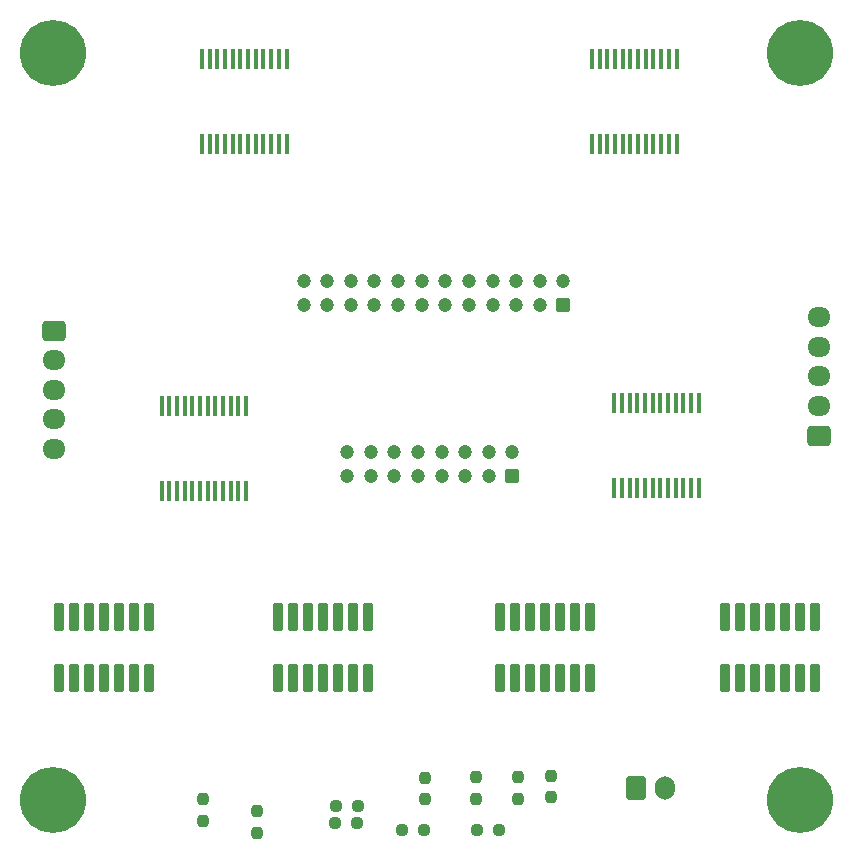
<source format=gbr>
%TF.GenerationSoftware,KiCad,Pcbnew,(7.0.0)*%
%TF.CreationDate,2024-03-05T12:29:29-03:00*%
%TF.ProjectId,pcb_peau_v1,7063625f-7065-4617-955f-76312e6b6963,rev?*%
%TF.SameCoordinates,Original*%
%TF.FileFunction,Soldermask,Top*%
%TF.FilePolarity,Negative*%
%FSLAX46Y46*%
G04 Gerber Fmt 4.6, Leading zero omitted, Abs format (unit mm)*
G04 Created by KiCad (PCBNEW (7.0.0)) date 2024-03-05 12:29:29*
%MOMM*%
%LPD*%
G01*
G04 APERTURE LIST*
G04 Aperture macros list*
%AMRoundRect*
0 Rectangle with rounded corners*
0 $1 Rounding radius*
0 $2 $3 $4 $5 $6 $7 $8 $9 X,Y pos of 4 corners*
0 Add a 4 corners polygon primitive as box body*
4,1,4,$2,$3,$4,$5,$6,$7,$8,$9,$2,$3,0*
0 Add four circle primitives for the rounded corners*
1,1,$1+$1,$2,$3*
1,1,$1+$1,$4,$5*
1,1,$1+$1,$6,$7*
1,1,$1+$1,$8,$9*
0 Add four rect primitives between the rounded corners*
20,1,$1+$1,$2,$3,$4,$5,0*
20,1,$1+$1,$4,$5,$6,$7,0*
20,1,$1+$1,$6,$7,$8,$9,0*
20,1,$1+$1,$8,$9,$2,$3,0*%
G04 Aperture macros list end*
%ADD10R,0.450000X1.750000*%
%ADD11RoundRect,0.237500X-0.237500X0.250000X-0.237500X-0.250000X0.237500X-0.250000X0.237500X0.250000X0*%
%ADD12RoundRect,0.102000X0.300000X1.100000X-0.300000X1.100000X-0.300000X-1.100000X0.300000X-1.100000X0*%
%ADD13RoundRect,0.102000X-0.300000X-1.100000X0.300000X-1.100000X0.300000X1.100000X-0.300000X1.100000X0*%
%ADD14C,5.600000*%
%ADD15RoundRect,0.250000X-0.600000X-0.750000X0.600000X-0.750000X0.600000X0.750000X-0.600000X0.750000X0*%
%ADD16O,1.700000X2.000000*%
%ADD17RoundRect,0.237500X0.250000X0.237500X-0.250000X0.237500X-0.250000X-0.237500X0.250000X-0.237500X0*%
%ADD18RoundRect,0.237500X-0.250000X-0.237500X0.250000X-0.237500X0.250000X0.237500X-0.250000X0.237500X0*%
%ADD19RoundRect,0.250000X0.725000X-0.600000X0.725000X0.600000X-0.725000X0.600000X-0.725000X-0.600000X0*%
%ADD20O,1.950000X1.700000*%
%ADD21RoundRect,0.250000X0.350000X0.350000X-0.350000X0.350000X-0.350000X-0.350000X0.350000X-0.350000X0*%
%ADD22C,1.200000*%
%ADD23RoundRect,0.250000X-0.725000X0.600000X-0.725000X-0.600000X0.725000X-0.600000X0.725000X0.600000X0*%
%ADD24RoundRect,0.237500X0.237500X-0.250000X0.237500X0.250000X-0.237500X0.250000X-0.237500X-0.250000X0*%
G04 APERTURE END LIST*
D10*
%TO.C,U5*%
X222751999Y-87343999D03*
X223401999Y-87343999D03*
X224051999Y-87343999D03*
X224701999Y-87343999D03*
X225351999Y-87343999D03*
X226001999Y-87343999D03*
X226651999Y-87343999D03*
X227301999Y-87343999D03*
X227951999Y-87343999D03*
X228601999Y-87343999D03*
X229251999Y-87343999D03*
X229901999Y-87343999D03*
X229901999Y-80143999D03*
X229251999Y-80143999D03*
X228601999Y-80143999D03*
X227951999Y-80143999D03*
X227301999Y-80143999D03*
X226651999Y-80143999D03*
X226001999Y-80143999D03*
X225351999Y-80143999D03*
X224701999Y-80143999D03*
X224051999Y-80143999D03*
X223401999Y-80143999D03*
X222751999Y-80143999D03*
%TD*%
%TO.C,U6*%
X184416999Y-80441999D03*
X185066999Y-80441999D03*
X185716999Y-80441999D03*
X186366999Y-80441999D03*
X187016999Y-80441999D03*
X187666999Y-80441999D03*
X188316999Y-80441999D03*
X188966999Y-80441999D03*
X189616999Y-80441999D03*
X190266999Y-80441999D03*
X190916999Y-80441999D03*
X191566999Y-80441999D03*
X191566999Y-87641999D03*
X190916999Y-87641999D03*
X190266999Y-87641999D03*
X189616999Y-87641999D03*
X188966999Y-87641999D03*
X188316999Y-87641999D03*
X187666999Y-87641999D03*
X187016999Y-87641999D03*
X186366999Y-87641999D03*
X185716999Y-87641999D03*
X185066999Y-87641999D03*
X184416999Y-87641999D03*
%TD*%
D11*
%TO.C,R10*%
X187940000Y-113699000D03*
X187940000Y-115524000D03*
%TD*%
D10*
%TO.C,U3*%
X220866999Y-58209999D03*
X221516999Y-58209999D03*
X222166999Y-58209999D03*
X222816999Y-58209999D03*
X223466999Y-58209999D03*
X224116999Y-58209999D03*
X224766999Y-58209999D03*
X225416999Y-58209999D03*
X226066999Y-58209999D03*
X226716999Y-58209999D03*
X227366999Y-58209999D03*
X228016999Y-58209999D03*
X228016999Y-51009999D03*
X227366999Y-51009999D03*
X226716999Y-51009999D03*
X226066999Y-51009999D03*
X225416999Y-51009999D03*
X224766999Y-51009999D03*
X224116999Y-51009999D03*
X223466999Y-51009999D03*
X222816999Y-51009999D03*
X222166999Y-51009999D03*
X221516999Y-51009999D03*
X220866999Y-51009999D03*
%TD*%
D12*
%TO.C,U7*%
X183388000Y-98238000D03*
X182118000Y-98238000D03*
X180848000Y-98238000D03*
X179578000Y-98238000D03*
X178308000Y-98238000D03*
X177038000Y-98238000D03*
X175768000Y-98238000D03*
X175768000Y-103438000D03*
X177038000Y-103438000D03*
X178308000Y-103438000D03*
X179578000Y-103438000D03*
X180848000Y-103438000D03*
X182118000Y-103438000D03*
X183388000Y-103438000D03*
%TD*%
D13*
%TO.C,U8*%
X194310000Y-103438000D03*
X195580000Y-103438000D03*
X196850000Y-103438000D03*
X198120000Y-103438000D03*
X199390000Y-103438000D03*
X200660000Y-103438000D03*
X201930000Y-103438000D03*
X201930000Y-98238000D03*
X200660000Y-98238000D03*
X199390000Y-98238000D03*
X198120000Y-98238000D03*
X196850000Y-98238000D03*
X195580000Y-98238000D03*
X194310000Y-98238000D03*
%TD*%
D14*
%TO.C,H1*%
X175260000Y-50546000D03*
%TD*%
D15*
%TO.C,J3*%
X224556000Y-112730000D03*
D16*
X227055999Y-112729999D03*
%TD*%
D14*
%TO.C,H3*%
X238506000Y-113792000D03*
%TD*%
D17*
%TO.C,R22*%
X206632500Y-116286000D03*
X204807500Y-116286000D03*
%TD*%
D13*
%TO.C,U2*%
X213106000Y-103438000D03*
X214376000Y-103438000D03*
X215646000Y-103438000D03*
X216916000Y-103438000D03*
X218186000Y-103438000D03*
X219456000Y-103438000D03*
X220726000Y-103438000D03*
X220726000Y-98238000D03*
X219456000Y-98238000D03*
X218186000Y-98238000D03*
X216916000Y-98238000D03*
X215646000Y-98238000D03*
X214376000Y-98238000D03*
X213106000Y-98238000D03*
%TD*%
D14*
%TO.C,H4*%
X175260000Y-113792000D03*
%TD*%
D18*
%TO.C,R4*%
X211157500Y-116286000D03*
X212982500Y-116286000D03*
%TD*%
D12*
%TO.C,U9*%
X239776000Y-98238000D03*
X238506000Y-98238000D03*
X237236000Y-98238000D03*
X235966000Y-98238000D03*
X234696000Y-98238000D03*
X233426000Y-98238000D03*
X232156000Y-98238000D03*
X232156000Y-103438000D03*
X233426000Y-103438000D03*
X234696000Y-103438000D03*
X235966000Y-103438000D03*
X237236000Y-103438000D03*
X238506000Y-103438000D03*
X239776000Y-103438000D03*
%TD*%
D14*
%TO.C,H2*%
X238506000Y-50546000D03*
%TD*%
D11*
%TO.C,R9*%
X211054000Y-111817500D03*
X211054000Y-113642500D03*
%TD*%
%TO.C,R8*%
X192512000Y-114715000D03*
X192512000Y-116540000D03*
%TD*%
%TO.C,R21*%
X217404000Y-111714000D03*
X217404000Y-113539000D03*
%TD*%
D19*
%TO.C,J2*%
X240062000Y-82906000D03*
D20*
X240061999Y-80405999D03*
X240061999Y-77905999D03*
X240061999Y-75405999D03*
X240061999Y-72905999D03*
%TD*%
D21*
%TO.C,J4*%
X214122000Y-86328000D03*
D22*
X214122000Y-84328000D03*
X212122000Y-86328000D03*
X212122000Y-84328000D03*
X210122000Y-86328000D03*
X210122000Y-84328000D03*
X208122000Y-86328000D03*
X208122000Y-84328000D03*
X206122000Y-86328000D03*
X206122000Y-84328000D03*
X204122000Y-86328000D03*
X204122000Y-84328000D03*
X202122000Y-86328000D03*
X202122000Y-84328000D03*
X200122000Y-86328000D03*
X200122000Y-84328000D03*
%TD*%
D23*
%TO.C,J1*%
X175292000Y-74042000D03*
D20*
X175291999Y-76541999D03*
X175291999Y-79041999D03*
X175291999Y-81541999D03*
X175291999Y-84041999D03*
%TD*%
D24*
%TO.C,R23*%
X214610000Y-113642500D03*
X214610000Y-111817500D03*
%TD*%
D10*
%TO.C,U4*%
X187846999Y-58209999D03*
X188496999Y-58209999D03*
X189146999Y-58209999D03*
X189796999Y-58209999D03*
X190446999Y-58209999D03*
X191096999Y-58209999D03*
X191746999Y-58209999D03*
X192396999Y-58209999D03*
X193046999Y-58209999D03*
X193696999Y-58209999D03*
X194346999Y-58209999D03*
X194996999Y-58209999D03*
X194996999Y-51009999D03*
X194346999Y-51009999D03*
X193696999Y-51009999D03*
X193046999Y-51009999D03*
X192396999Y-51009999D03*
X191746999Y-51009999D03*
X191096999Y-51009999D03*
X190446999Y-51009999D03*
X189796999Y-51009999D03*
X189146999Y-51009999D03*
X188496999Y-51009999D03*
X187846999Y-51009999D03*
%TD*%
D24*
%TO.C,R11*%
X206736000Y-113689500D03*
X206736000Y-111864500D03*
%TD*%
D21*
%TO.C,J5*%
X218440000Y-71818000D03*
D22*
X218440000Y-69818000D03*
X216440000Y-71818000D03*
X216440000Y-69818000D03*
X214440000Y-71818000D03*
X214440000Y-69818000D03*
X212440000Y-71818000D03*
X212440000Y-69818000D03*
X210440000Y-71818000D03*
X210440000Y-69818000D03*
X208440000Y-71818000D03*
X208440000Y-69818000D03*
X206440000Y-71818000D03*
X206440000Y-69818000D03*
X204440000Y-71818000D03*
X204440000Y-69818000D03*
X202440000Y-71818000D03*
X202440000Y-69818000D03*
X200440000Y-71818000D03*
X200440000Y-69818000D03*
X198440000Y-71818000D03*
X198440000Y-69818000D03*
X196440000Y-71818000D03*
X196440000Y-69818000D03*
%TD*%
D18*
%TO.C,R20*%
X199219500Y-114254000D03*
X201044500Y-114254000D03*
%TD*%
D17*
%TO.C,R25*%
X200957000Y-115716500D03*
X199132000Y-115716500D03*
%TD*%
M02*

</source>
